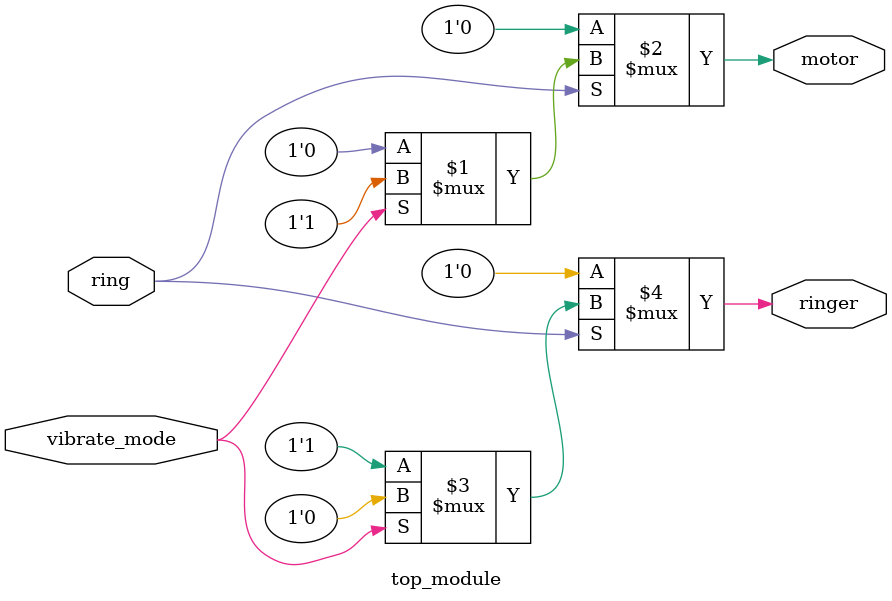
<source format=v>
module top_module (
    input ring,
    input vibrate_mode,
    output ringer,       // Make sound
    output motor         // Vibrate
);
    assign motor  = (ring)? ((vibrate_mode)? 1'b1:1'b0):1'b0;
    assign ringer = (ring)? ((vibrate_mode)? 1'b0:1'b1):1'b0;

    

endmodule

</source>
